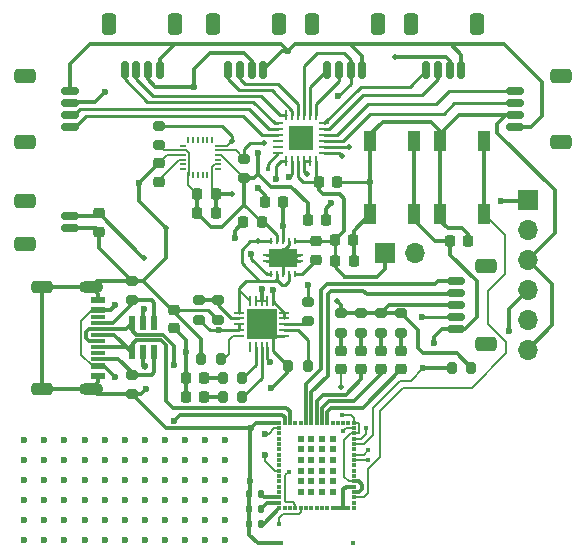
<source format=gbr>
%TF.GenerationSoftware,KiCad,Pcbnew,7.0.10*%
%TF.CreationDate,2024-04-19T21:49:06+08:00*%
%TF.ProjectId,MyProject1_4,4d795072-6f6a-4656-9374-315f342e6b69,rev?*%
%TF.SameCoordinates,Original*%
%TF.FileFunction,Copper,L1,Top*%
%TF.FilePolarity,Positive*%
%FSLAX46Y46*%
G04 Gerber Fmt 4.6, Leading zero omitted, Abs format (unit mm)*
G04 Created by KiCad (PCBNEW 7.0.10) date 2024-04-19 21:49:06*
%MOMM*%
%LPD*%
G01*
G04 APERTURE LIST*
G04 Aperture macros list*
%AMRoundRect*
0 Rectangle with rounded corners*
0 $1 Rounding radius*
0 $2 $3 $4 $5 $6 $7 $8 $9 X,Y pos of 4 corners*
0 Add a 4 corners polygon primitive as box body*
4,1,4,$2,$3,$4,$5,$6,$7,$8,$9,$2,$3,0*
0 Add four circle primitives for the rounded corners*
1,1,$1+$1,$2,$3*
1,1,$1+$1,$4,$5*
1,1,$1+$1,$6,$7*
1,1,$1+$1,$8,$9*
0 Add four rect primitives between the rounded corners*
20,1,$1+$1,$2,$3,$4,$5,0*
20,1,$1+$1,$4,$5,$6,$7,0*
20,1,$1+$1,$6,$7,$8,$9,0*
20,1,$1+$1,$8,$9,$2,$3,0*%
G04 Aperture macros list end*
%TA.AperFunction,SMDPad,CuDef*%
%ADD10RoundRect,0.150000X-0.625000X0.150000X-0.625000X-0.150000X0.625000X-0.150000X0.625000X0.150000X0*%
%TD*%
%TA.AperFunction,SMDPad,CuDef*%
%ADD11RoundRect,0.250000X-0.650000X0.350000X-0.650000X-0.350000X0.650000X-0.350000X0.650000X0.350000X0*%
%TD*%
%TA.AperFunction,SMDPad,CuDef*%
%ADD12RoundRect,0.218750X-0.256250X0.218750X-0.256250X-0.218750X0.256250X-0.218750X0.256250X0.218750X0*%
%TD*%
%TA.AperFunction,SMDPad,CuDef*%
%ADD13RoundRect,0.140000X0.140000X0.170000X-0.140000X0.170000X-0.140000X-0.170000X0.140000X-0.170000X0*%
%TD*%
%TA.AperFunction,SMDPad,CuDef*%
%ADD14RoundRect,0.225000X-0.225000X-0.250000X0.225000X-0.250000X0.225000X0.250000X-0.225000X0.250000X0*%
%TD*%
%TA.AperFunction,SMDPad,CuDef*%
%ADD15RoundRect,0.150000X0.150000X0.625000X-0.150000X0.625000X-0.150000X-0.625000X0.150000X-0.625000X0*%
%TD*%
%TA.AperFunction,SMDPad,CuDef*%
%ADD16RoundRect,0.250000X0.350000X0.650000X-0.350000X0.650000X-0.350000X-0.650000X0.350000X-0.650000X0*%
%TD*%
%TA.AperFunction,SMDPad,CuDef*%
%ADD17RoundRect,0.225000X-0.250000X0.225000X-0.250000X-0.225000X0.250000X-0.225000X0.250000X0.225000X0*%
%TD*%
%TA.AperFunction,SMDPad,CuDef*%
%ADD18RoundRect,0.030000X0.220000X-0.580000X0.220000X0.580000X-0.220000X0.580000X-0.220000X-0.580000X0*%
%TD*%
%TA.AperFunction,SMDPad,CuDef*%
%ADD19RoundRect,0.218750X0.218750X0.256250X-0.218750X0.256250X-0.218750X-0.256250X0.218750X-0.256250X0*%
%TD*%
%TA.AperFunction,SMDPad,CuDef*%
%ADD20RoundRect,0.200000X-0.275000X0.200000X-0.275000X-0.200000X0.275000X-0.200000X0.275000X0.200000X0*%
%TD*%
%TA.AperFunction,SMDPad,CuDef*%
%ADD21R,0.350000X0.350000*%
%TD*%
%TA.AperFunction,SMDPad,CuDef*%
%ADD22R,0.350000X0.300000*%
%TD*%
%TA.AperFunction,SMDPad,CuDef*%
%ADD23R,0.300000X0.350000*%
%TD*%
%TA.AperFunction,SMDPad,CuDef*%
%ADD24R,0.600000X0.600000*%
%TD*%
%TA.AperFunction,SMDPad,CuDef*%
%ADD25R,0.430000X0.430000*%
%TD*%
%TA.AperFunction,SMDPad,CuDef*%
%ADD26RoundRect,0.062500X0.375000X0.062500X-0.375000X0.062500X-0.375000X-0.062500X0.375000X-0.062500X0*%
%TD*%
%TA.AperFunction,SMDPad,CuDef*%
%ADD27RoundRect,0.062500X0.062500X0.375000X-0.062500X0.375000X-0.062500X-0.375000X0.062500X-0.375000X0*%
%TD*%
%TA.AperFunction,SMDPad,CuDef*%
%ADD28R,2.100000X2.100000*%
%TD*%
%TA.AperFunction,SMDPad,CuDef*%
%ADD29R,1.150000X0.600000*%
%TD*%
%TA.AperFunction,SMDPad,CuDef*%
%ADD30R,1.150000X0.300000*%
%TD*%
%TA.AperFunction,ComponentPad*%
%ADD31O,2.100000X1.000000*%
%TD*%
%TA.AperFunction,ComponentPad*%
%ADD32RoundRect,0.250000X-0.650000X0.250000X-0.650000X-0.250000X0.650000X-0.250000X0.650000X0.250000X0*%
%TD*%
%TA.AperFunction,SMDPad,CuDef*%
%ADD33RoundRect,0.225000X0.225000X0.250000X-0.225000X0.250000X-0.225000X-0.250000X0.225000X-0.250000X0*%
%TD*%
%TA.AperFunction,SMDPad,CuDef*%
%ADD34RoundRect,0.225000X0.250000X-0.225000X0.250000X0.225000X-0.250000X0.225000X-0.250000X-0.225000X0*%
%TD*%
%TA.AperFunction,ComponentPad*%
%ADD35R,1.700000X1.700000*%
%TD*%
%TA.AperFunction,ComponentPad*%
%ADD36O,1.700000X1.700000*%
%TD*%
%TA.AperFunction,SMDPad,CuDef*%
%ADD37RoundRect,0.200000X0.200000X0.275000X-0.200000X0.275000X-0.200000X-0.275000X0.200000X-0.275000X0*%
%TD*%
%TA.AperFunction,SMDPad,CuDef*%
%ADD38RoundRect,0.150000X0.625000X-0.150000X0.625000X0.150000X-0.625000X0.150000X-0.625000X-0.150000X0*%
%TD*%
%TA.AperFunction,SMDPad,CuDef*%
%ADD39RoundRect,0.250000X0.650000X-0.350000X0.650000X0.350000X-0.650000X0.350000X-0.650000X-0.350000X0*%
%TD*%
%TA.AperFunction,SMDPad,CuDef*%
%ADD40RoundRect,0.200000X0.275000X-0.200000X0.275000X0.200000X-0.275000X0.200000X-0.275000X-0.200000X0*%
%TD*%
%TA.AperFunction,SMDPad,CuDef*%
%ADD41R,1.100000X1.800000*%
%TD*%
%TA.AperFunction,SMDPad,CuDef*%
%ADD42RoundRect,0.200000X-0.200000X-0.275000X0.200000X-0.275000X0.200000X0.275000X-0.200000X0.275000X0*%
%TD*%
%TA.AperFunction,SMDPad,CuDef*%
%ADD43RoundRect,0.050000X-0.050000X0.225000X-0.050000X-0.225000X0.050000X-0.225000X0.050000X0.225000X0*%
%TD*%
%TA.AperFunction,SMDPad,CuDef*%
%ADD44RoundRect,0.050000X-0.225000X-0.050000X0.225000X-0.050000X0.225000X0.050000X-0.225000X0.050000X0*%
%TD*%
%TA.AperFunction,SMDPad,CuDef*%
%ADD45RoundRect,0.218750X-0.218750X-0.256250X0.218750X-0.256250X0.218750X0.256250X-0.218750X0.256250X0*%
%TD*%
%TA.AperFunction,SMDPad,CuDef*%
%ADD46O,0.240000X0.600000*%
%TD*%
%TA.AperFunction,SMDPad,CuDef*%
%ADD47R,2.400000X1.650000*%
%TD*%
%TA.AperFunction,ComponentPad*%
%ADD48C,0.500000*%
%TD*%
%TA.AperFunction,SMDPad,CuDef*%
%ADD49R,0.500000X0.250000*%
%TD*%
%TA.AperFunction,SMDPad,CuDef*%
%ADD50RoundRect,0.218750X0.256250X-0.218750X0.256250X0.218750X-0.256250X0.218750X-0.256250X-0.218750X0*%
%TD*%
%TA.AperFunction,SMDPad,CuDef*%
%ADD51RoundRect,0.062500X-0.350000X-0.062500X0.350000X-0.062500X0.350000X0.062500X-0.350000X0.062500X0*%
%TD*%
%TA.AperFunction,SMDPad,CuDef*%
%ADD52RoundRect,0.062500X-0.062500X-0.350000X0.062500X-0.350000X0.062500X0.350000X-0.062500X0.350000X0*%
%TD*%
%TA.AperFunction,SMDPad,CuDef*%
%ADD53R,2.500000X2.500000*%
%TD*%
%TA.AperFunction,ViaPad*%
%ADD54C,0.600000*%
%TD*%
%TA.AperFunction,ViaPad*%
%ADD55C,0.500000*%
%TD*%
%TA.AperFunction,ViaPad*%
%ADD56C,0.400000*%
%TD*%
%TA.AperFunction,Conductor*%
%ADD57C,0.250000*%
%TD*%
%TA.AperFunction,Conductor*%
%ADD58C,0.200000*%
%TD*%
%TA.AperFunction,Conductor*%
%ADD59C,0.300000*%
%TD*%
%TA.AperFunction,Conductor*%
%ADD60C,0.150000*%
%TD*%
G04 APERTURE END LIST*
D10*
%TO.P,J6,1,Pin_1*%
%TO.N,+1V8*%
X76200000Y-55700000D03*
%TO.P,J6,2,Pin_2*%
%TO.N,GNDREF*%
X76200000Y-56700000D03*
%TO.P,J6,3,Pin_3*%
%TO.N,SD6*%
X76200000Y-57700000D03*
%TO.P,J6,4,Pin_4*%
%TO.N,SC6*%
X76200000Y-58700000D03*
D11*
%TO.P,J6,MP*%
%TO.N,N/C*%
X72325000Y-54400000D03*
X72325000Y-60000000D03*
%TD*%
D12*
%TO.P,D2,1,K*%
%TO.N,Net-(D2-K)*%
X102500000Y-77650000D03*
%TO.P,D2,2,A*%
%TO.N,PC11*%
X102500000Y-79225000D03*
%TD*%
D13*
%TO.P,C12,1*%
%TO.N,PB10*%
X92323000Y-92310000D03*
%TO.P,C12,2*%
%TO.N,GNDREF*%
X91363000Y-92310000D03*
%TD*%
D14*
%TO.P,C5,1*%
%TO.N,+1V8*%
X86950000Y-64400000D03*
%TO.P,C5,2*%
%TO.N,GNDREF*%
X88500000Y-64400000D03*
%TD*%
D15*
%TO.P,J5,1,Pin_1*%
%TO.N,+1V8*%
X83790000Y-53913000D03*
%TO.P,J5,2,Pin_2*%
%TO.N,GNDREF*%
X82790000Y-53913000D03*
%TO.P,J5,3,Pin_3*%
%TO.N,SD5*%
X81790000Y-53913000D03*
%TO.P,J5,4,Pin_4*%
%TO.N,SC5*%
X80790000Y-53913000D03*
D16*
%TO.P,J5,MP*%
%TO.N,N/C*%
X85090000Y-50038000D03*
X79490000Y-50038000D03*
%TD*%
D17*
%TO.P,C13,1*%
%TO.N,VBAT*%
X78613000Y-66027000D03*
%TO.P,C13,2*%
%TO.N,GNDREF*%
X78613000Y-67577000D03*
%TD*%
D18*
%TO.P,U2,1,I/O_1*%
%TO.N,USB_D+*%
X81400000Y-77801000D03*
%TO.P,U2,2,GND*%
%TO.N,GNDREF*%
X82350000Y-77801000D03*
%TO.P,U2,3,I/O_2*%
%TO.N,CC2*%
X83300000Y-77801000D03*
%TO.P,U2,4,I/O_3*%
%TO.N,CC1*%
X83300000Y-75311000D03*
%TO.P,U2,5,VP*%
%TO.N,VBUS*%
X82350000Y-75311000D03*
%TO.P,U2,6,I/O_4*%
%TO.N,USB_D-*%
X81400000Y-75311000D03*
%TD*%
D19*
%TO.P,D5,1,K*%
%TO.N,Net-(D5-K)*%
X87550000Y-81600000D03*
%TO.P,D5,2,A*%
%TO.N,VBUS*%
X85975000Y-81600000D03*
%TD*%
D13*
%TO.P,C10,1*%
%TO.N,PC5*%
X92323000Y-89810000D03*
%TO.P,C10,2*%
%TO.N,GNDREF*%
X91363000Y-89810000D03*
%TD*%
D14*
%TO.P,C8,1*%
%TO.N,+3.3V*%
X98625000Y-70112500D03*
%TO.P,C8,2*%
%TO.N,GNDREF*%
X100175000Y-70112500D03*
%TD*%
D20*
%TO.P,R8,1*%
%TO.N,CC2*%
X81395000Y-79693000D03*
%TO.P,R8,2*%
%TO.N,GNDREF*%
X81395000Y-81343000D03*
%TD*%
D21*
%TO.P,U1,1,PA2*%
%TO.N,unconnected-(U1-PA2-Pad1)*%
X100225000Y-91000000D03*
D22*
%TO.P,U1,2,PA1*%
%TO.N,unconnected-(U1-PA1-Pad2)*%
X100225000Y-90525000D03*
%TO.P,U1,3,PA0*%
%TO.N,User_GPIO*%
X100225000Y-90075000D03*
%TO.P,U1,4,VREF*%
%TO.N,+3.3V*%
X100225000Y-89625000D03*
%TO.P,U1,5,VSS*%
%TO.N,GNDREF*%
X100225000Y-89175000D03*
%TO.P,U1,6,VDDA*%
%TO.N,+3.3V*%
X100225000Y-88725000D03*
%TO.P,U1,7,PC3*%
%TO.N,unconnected-(U1-PC3-Pad7)*%
X100225000Y-88275000D03*
%TO.P,U1,8,PC2*%
%TO.N,unconnected-(U1-PC2-Pad8)*%
X100225000Y-87825000D03*
%TO.P,U1,9,PC1*%
%TO.N,unconnected-(U1-PC1-Pad9)*%
X100225000Y-87375000D03*
%TO.P,U1,10,NRST*%
%TO.N,NRST*%
X100225000Y-86925000D03*
%TO.P,U1,11,PB9*%
%TO.N,SDA*%
X100225000Y-86475000D03*
%TO.P,U1,12,PC0*%
%TO.N,unconnected-(U1-PC0-Pad12)*%
X100225000Y-86025000D03*
%TO.P,U1,13,PH3-BOOT0*%
%TO.N,PH3*%
X100225000Y-85575000D03*
%TO.P,U1,14,PB8*%
%TO.N,SCL*%
X100225000Y-85125000D03*
%TO.P,U1,15,VBAT*%
%TO.N,+3.3V*%
X100225000Y-84675000D03*
%TO.P,U1,16,VSSSMPS*%
%TO.N,GNDREF*%
X100225000Y-84225000D03*
D21*
%TO.P,U1,17,VDDSMPS*%
%TO.N,+3.3V*%
X100225000Y-83750000D03*
D23*
%TO.P,U1,18,PB7*%
%TO.N,unconnected-(U1-PB7-Pad18)*%
X99750000Y-83750000D03*
%TO.P,U1,19,PB5*%
%TO.N,unconnected-(U1-PB5-Pad19)*%
X99300000Y-83750000D03*
%TO.P,U1,20,PB4*%
%TO.N,unconnected-(U1-PB4-Pad20)*%
X98850000Y-83750000D03*
%TO.P,U1,21,PB3*%
%TO.N,unconnected-(U1-PB3-Pad21)*%
X98400000Y-83750000D03*
%TO.P,U1,22,PC10*%
%TO.N,PC10*%
X97950000Y-83750000D03*
%TO.P,U1,23,PC11*%
%TO.N,PC11*%
X97500000Y-83750000D03*
%TO.P,U1,24,PC12*%
%TO.N,PC12*%
X97050000Y-83750000D03*
%TO.P,U1,25,PA13*%
%TO.N,PA13*%
X96600000Y-83750000D03*
%TO.P,U1,26,PA14*%
%TO.N,PA14*%
X96150000Y-83750000D03*
%TO.P,U1,27,PA15*%
%TO.N,unconnected-(U1-PA15-Pad27)*%
X95700000Y-83750000D03*
%TO.P,U1,28,PA10*%
%TO.N,unconnected-(U1-PA10-Pad28)*%
X95250000Y-83750000D03*
%TO.P,U1,29,PA12*%
%TO.N,USB_D+*%
X94800000Y-83750000D03*
%TO.P,U1,30,PA11*%
%TO.N,USB_D-*%
X94350000Y-83750000D03*
D21*
%TO.P,U1,31,VSS*%
%TO.N,GNDREF*%
X93875000Y-83750000D03*
D22*
%TO.P,U1,32,VDDUSB*%
%TO.N,+3.3V*%
X93875000Y-84225000D03*
%TO.P,U1,33,PD0*%
%TO.N,unconnected-(U1-PD0-Pad33)*%
X93875000Y-84675000D03*
%TO.P,U1,34,PD1*%
%TO.N,unconnected-(U1-PD1-Pad34)*%
X93875000Y-85125000D03*
%TO.P,U1,35,PB13*%
%TO.N,unconnected-(U1-PB13-Pad35)*%
X93875000Y-85575000D03*
%TO.P,U1,36,PC6*%
%TO.N,unconnected-(U1-PC6-Pad36)*%
X93875000Y-86025000D03*
%TO.P,U1,37,PB14*%
%TO.N,unconnected-(U1-PB14-Pad37)*%
X93875000Y-86475000D03*
%TO.P,U1,38,PB15*%
%TO.N,unconnected-(U1-PB15-Pad38)*%
X93875000Y-86925000D03*
%TO.P,U1,39,PB6*%
%TO.N,unconnected-(U1-PB6-Pad39)*%
X93875000Y-87375000D03*
%TO.P,U1,40,PC13*%
%TO.N,PC13*%
X93875000Y-87825000D03*
%TO.P,U1,41,PB12*%
%TO.N,unconnected-(U1-PB12-Pad41)*%
X93875000Y-88275000D03*
%TO.P,U1,42,PE4*%
%TO.N,unconnected-(U1-PE4-Pad42)*%
X93875000Y-88725000D03*
%TO.P,U1,43,PB1*%
%TO.N,unconnected-(U1-PB1-Pad43)*%
X93875000Y-89175000D03*
%TO.P,U1,44,PB0*%
%TO.N,unconnected-(U1-PB0-Pad44)*%
X93875000Y-89625000D03*
%TO.P,U1,45,PC5*%
%TO.N,PC5*%
X93875000Y-90075000D03*
%TO.P,U1,46,PB11*%
%TO.N,PB11*%
X93875000Y-90525000D03*
D21*
%TO.P,U1,47,PB10*%
%TO.N,PB10*%
X93875000Y-91000000D03*
D23*
%TO.P,U1,48,PB2*%
%TO.N,unconnected-(U1-PB2-Pad48)*%
X94350000Y-91000000D03*
%TO.P,U1,49,PC4*%
%TO.N,unconnected-(U1-PC4-Pad49)*%
X94800000Y-91000000D03*
%TO.P,U1,50,PA8*%
%TO.N,PWM1*%
X95250000Y-91000000D03*
%TO.P,U1,51,PA9*%
%TO.N,PWM2*%
X95700000Y-91000000D03*
%TO.P,U1,52,PA7*%
%TO.N,unconnected-(U1-PA7-Pad52)*%
X96150000Y-91000000D03*
%TO.P,U1,53,PA6*%
%TO.N,unconnected-(U1-PA6-Pad53)*%
X96600000Y-91000000D03*
%TO.P,U1,54,PA5*%
%TO.N,unconnected-(U1-PA5-Pad54)*%
X97050000Y-91000000D03*
%TO.P,U1,55,PA4*%
%TO.N,unconnected-(U1-PA4-Pad55)*%
X97500000Y-91000000D03*
%TO.P,U1,56,PA3*%
%TO.N,ADC*%
X97950000Y-91000000D03*
%TO.P,U1,57,VSS*%
%TO.N,GNDREF*%
X98400000Y-91000000D03*
%TO.P,U1,58,ANT_IN*%
X98850000Y-91000000D03*
%TO.P,U1,59,RF_OUT*%
X99300000Y-91000000D03*
%TO.P,U1,60,VSS*%
X99750000Y-91000000D03*
D24*
%TO.P,U1,61,PH0*%
%TO.N,unconnected-(U1-PH0-Pad61)*%
X98400000Y-89625000D03*
%TO.P,U1,62,PH1*%
%TO.N,unconnected-(U1-PH1-Pad62)*%
X98400000Y-88725000D03*
%TO.P,U1,63,PD14*%
%TO.N,unconnected-(U1-PD14-Pad63)*%
X98400000Y-87825000D03*
%TO.P,U1,64,PE1*%
%TO.N,unconnected-(U1-PE1-Pad64)*%
X98400000Y-86925000D03*
%TO.P,U1,65,PD13*%
%TO.N,unconnected-(U1-PD13-Pad65)*%
X98400000Y-86025000D03*
%TO.P,U1,66,PD12*%
%TO.N,unconnected-(U1-PD12-Pad66)*%
X98400000Y-85125000D03*
%TO.P,U1,67,PD7*%
%TO.N,unconnected-(U1-PD7-Pad67)*%
X97500000Y-85125000D03*
%TO.P,U1,68,PD2*%
%TO.N,unconnected-(U1-PD2-Pad68)*%
X96600000Y-85125000D03*
%TO.P,U1,69,PC9*%
%TO.N,unconnected-(U1-PC9-Pad69)*%
X95700000Y-85125000D03*
%TO.P,U1,70,PD3*%
%TO.N,unconnected-(U1-PD3-Pad70)*%
X95700000Y-86025000D03*
%TO.P,U1,71,PC7*%
%TO.N,unconnected-(U1-PC7-Pad71)*%
X95700000Y-86925000D03*
%TO.P,U1,72,PE3*%
%TO.N,unconnected-(U1-PE3-Pad72)*%
X95700000Y-87825000D03*
%TO.P,U1,73,PD4*%
%TO.N,unconnected-(U1-PD4-Pad73)*%
X95700000Y-88725000D03*
%TO.P,U1,74,PD9*%
%TO.N,unconnected-(U1-PD9-Pad74)*%
X95700000Y-89625000D03*
%TO.P,U1,75,PD8*%
%TO.N,unconnected-(U1-PD8-Pad75)*%
X96600000Y-89625000D03*
%TO.P,U1,76,PD15*%
%TO.N,unconnected-(U1-PD15-Pad76)*%
X97500000Y-89625000D03*
%TO.P,U1,77,PD10*%
%TO.N,unconnected-(U1-PD10-Pad77)*%
X97500000Y-88725000D03*
%TO.P,U1,78,PE2*%
%TO.N,unconnected-(U1-PE2-Pad78)*%
X97500000Y-87825000D03*
%TO.P,U1,79,PE0*%
%TO.N,unconnected-(U1-PE0-Pad79)*%
X97500000Y-86925000D03*
%TO.P,U1,80,PD5*%
%TO.N,unconnected-(U1-PD5-Pad80)*%
X97500000Y-86025000D03*
%TO.P,U1,81,PD6*%
%TO.N,unconnected-(U1-PD6-Pad81)*%
X96600000Y-86025000D03*
%TO.P,U1,82,PD11*%
%TO.N,unconnected-(U1-PD11-Pad82)*%
X96600000Y-86925000D03*
%TO.P,U1,83,PC8*%
%TO.N,unconnected-(U1-PC8-Pad83)*%
X96600000Y-87825000D03*
%TO.P,U1,84,VSS*%
%TO.N,GNDREF*%
X96600000Y-88725000D03*
D25*
%TO.P,U1,85,ANT_NC*%
%TO.N,unconnected-(U1-ANT_NC-Pad85)*%
X100100000Y-93960000D03*
%TO.P,U1,86,VSS*%
%TO.N,GNDREF*%
X94000000Y-93960000D03*
%TD*%
D26*
%TO.P,U4,1,SD0*%
%TO.N,SD0*%
X97687500Y-60912500D03*
%TO.P,U4,2,SC0*%
%TO.N,SC0*%
X97687500Y-60412500D03*
%TO.P,U4,3,SD1*%
%TO.N,SD1*%
X97687500Y-59912500D03*
%TO.P,U4,4,SC1*%
%TO.N,SC1*%
X97687500Y-59412500D03*
%TO.P,U4,5,SD2*%
%TO.N,SD2*%
X97687500Y-58912500D03*
%TO.P,U4,6,SC2*%
%TO.N,SC2*%
X97687500Y-58412500D03*
D27*
%TO.P,U4,7,SD3*%
%TO.N,SD3*%
X97000000Y-57725000D03*
%TO.P,U4,8,SC3*%
%TO.N,SC3*%
X96500000Y-57725000D03*
%TO.P,U4,9,GND*%
%TO.N,GNDREF*%
X96000000Y-57725000D03*
%TO.P,U4,10,SD4*%
%TO.N,SD4*%
X95500000Y-57725000D03*
%TO.P,U4,11,SC4*%
%TO.N,SC4*%
X95000000Y-57725000D03*
%TO.P,U4,12,SD5*%
%TO.N,SD5*%
X94500000Y-57725000D03*
D26*
%TO.P,U4,13,SC5*%
%TO.N,SC5*%
X93812500Y-58412500D03*
%TO.P,U4,14,SD6*%
%TO.N,SD6*%
X93812500Y-58912500D03*
%TO.P,U4,15,SC6*%
%TO.N,SC6*%
X93812500Y-59412500D03*
%TO.P,U4,16,SD7*%
%TO.N,unconnected-(U4-SD7-Pad16)*%
X93812500Y-59912500D03*
%TO.P,U4,17,SC7*%
%TO.N,unconnected-(U4-SC7-Pad17)*%
X93812500Y-60412500D03*
%TO.P,U4,18,A2*%
%TO.N,GNDREF*%
X93812500Y-60912500D03*
D27*
%TO.P,U4,19,SCL*%
%TO.N,SCL*%
X94500000Y-61600000D03*
%TO.P,U4,20,SDA*%
%TO.N,SDA*%
X95000000Y-61600000D03*
%TO.P,U4,21,VCC*%
%TO.N,+3.3V*%
X95500000Y-61600000D03*
%TO.P,U4,22,A0*%
%TO.N,GNDREF*%
X96000000Y-61600000D03*
%TO.P,U4,23,A1*%
X96500000Y-61600000D03*
%TO.P,U4,24,~{RESET}*%
%TO.N,+3.3V*%
X97000000Y-61600000D03*
D28*
%TO.P,U4,25,1EP*%
%TO.N,unconnected-(U4-1EP-Pad25)*%
X95750000Y-59662500D03*
%TD*%
D29*
%TO.P,J9,A1-B12,GND*%
%TO.N,GNDREF*%
X78555000Y-73380000D03*
%TO.P,J9,A4-B9,VBUS*%
%TO.N,VBUS*%
X78555000Y-74180000D03*
D30*
%TO.P,J9,A5,CC1*%
%TO.N,CC1*%
X78555000Y-75330000D03*
%TO.P,J9,A6,DP1*%
%TO.N,USB_D+*%
X78555000Y-76330000D03*
%TO.P,J9,A7,DN1*%
%TO.N,USB_D-*%
X78555000Y-76830000D03*
%TO.P,J9,A8,SBU1*%
%TO.N,unconnected-(J9-SBU1-PadA8)*%
X78555000Y-77830000D03*
D29*
%TO.P,J9,B1-A12,GND*%
%TO.N,GNDREF*%
X78555000Y-79780000D03*
%TO.P,J9,B4-A9,VBUS*%
%TO.N,VBUS*%
X78555000Y-78980000D03*
D30*
%TO.P,J9,B5,CC2*%
%TO.N,CC2*%
X78555000Y-78330000D03*
%TO.P,J9,B6,DP2*%
%TO.N,USB_D+*%
X78555000Y-77330000D03*
%TO.P,J9,B7,DN2*%
%TO.N,USB_D-*%
X78555000Y-75830000D03*
%TO.P,J9,B8,SBU2*%
%TO.N,unconnected-(J9-SBU2-PadB8)*%
X78555000Y-74830000D03*
D31*
%TO.P,J9,SH1,GND*%
%TO.N,GNDREF*%
X77980000Y-72260000D03*
%TO.P,J9,SH2,GND*%
X77980000Y-80900000D03*
D32*
%TO.P,J9,SH3,GND*%
X73800000Y-72260000D03*
%TO.P,J9,SH4,GND*%
X73800000Y-80900000D03*
%TD*%
D14*
%TO.P,C6,1*%
%TO.N,+1V8*%
X86950000Y-66000000D03*
%TO.P,C6,2*%
%TO.N,GNDREF*%
X88500000Y-66000000D03*
%TD*%
D33*
%TO.P,C1,1*%
%TO.N,+5V*%
X94200000Y-65100000D03*
%TO.P,C1,2*%
%TO.N,GNDREF*%
X92650000Y-65100000D03*
%TD*%
D15*
%TO.P,J2,1,Pin_1*%
%TO.N,+1V8*%
X109317000Y-53900000D03*
%TO.P,J2,2,Pin_2*%
%TO.N,GNDREF*%
X108317000Y-53900000D03*
%TO.P,J2,3,Pin_3*%
%TO.N,SD2*%
X107317000Y-53900000D03*
%TO.P,J2,4,Pin_4*%
%TO.N,SC2*%
X106317000Y-53900000D03*
D16*
%TO.P,J2,MP*%
%TO.N,N/C*%
X110617000Y-50025000D03*
X105017000Y-50025000D03*
%TD*%
D34*
%TO.P,C14,1*%
%TO.N,VBUS*%
X85000000Y-75750000D03*
%TO.P,C14,2*%
%TO.N,GNDREF*%
X85000000Y-74200000D03*
%TD*%
D35*
%TO.P,JP1,1,A*%
%TO.N,+3.3V*%
X102825000Y-69400000D03*
D36*
%TO.P,JP1,2,B*%
%TO.N,PH3*%
X105365000Y-69400000D03*
%TD*%
D20*
%TO.P,R3,1*%
%TO.N,GNDREF*%
X104190000Y-74500000D03*
%TO.P,R3,2*%
%TO.N,Net-(D1-K)*%
X104190000Y-76150000D03*
%TD*%
D37*
%TO.P,R12,1*%
%TO.N,Net-(U6-PROG3)*%
X96300000Y-78937500D03*
%TO.P,R12,2*%
%TO.N,GNDREF*%
X94650000Y-78937500D03*
%TD*%
D19*
%TO.P,D6,1,K*%
%TO.N,Net-(D6-K)*%
X87550000Y-80000000D03*
%TO.P,D6,2,A*%
%TO.N,VBUS*%
X85975000Y-80000000D03*
%TD*%
D20*
%TO.P,R5,1*%
%TO.N,GNDREF*%
X100800000Y-74500000D03*
%TO.P,R5,2*%
%TO.N,Net-(D3-K)*%
X100800000Y-76150000D03*
%TD*%
D38*
%TO.P,J1,1,Pin_1*%
%TO.N,+1V8*%
X113854000Y-58700000D03*
%TO.P,J1,2,Pin_2*%
%TO.N,GNDREF*%
X113854000Y-57700000D03*
%TO.P,J1,3,Pin_3*%
%TO.N,SD1*%
X113854000Y-56700000D03*
%TO.P,J1,4,Pin_4*%
%TO.N,SC1*%
X113854000Y-55700000D03*
D39*
%TO.P,J1,MP*%
%TO.N,N/C*%
X117729000Y-60000000D03*
X117729000Y-54400000D03*
%TD*%
D35*
%TO.P,J10,1,Pin_1*%
%TO.N,PWM1*%
X114935000Y-64897000D03*
D36*
%TO.P,J10,2,Pin_2*%
%TO.N,unconnected-(J10-Pin_2-Pad2)*%
X114935000Y-67437000D03*
%TO.P,J10,3,Pin_3*%
%TO.N,GNDREF*%
X114935000Y-69977000D03*
%TO.P,J10,4,Pin_4*%
%TO.N,PWM2*%
X114935000Y-72517000D03*
%TO.P,J10,5,Pin_5*%
%TO.N,unconnected-(J10-Pin_5-Pad5)*%
X114935000Y-75057000D03*
%TO.P,J10,6,Pin_6*%
%TO.N,GNDREF*%
X114935000Y-77597000D03*
%TD*%
D37*
%TO.P,R15,1*%
%TO.N,Net-(U6-STAT1{slash}~{LBO})*%
X90750000Y-81600000D03*
%TO.P,R15,2*%
%TO.N,Net-(D5-K)*%
X89100000Y-81600000D03*
%TD*%
D40*
%TO.P,R9,1*%
%TO.N,CC1*%
X81395000Y-73406000D03*
%TO.P,R9,2*%
%TO.N,GNDREF*%
X81395000Y-71756000D03*
%TD*%
D41*
%TO.P,SW1,1,1*%
%TO.N,NRST*%
X105300000Y-59900000D03*
X105300000Y-66100000D03*
%TO.P,SW1,2,2*%
%TO.N,GNDREF*%
X101600000Y-59900000D03*
X101600000Y-66100000D03*
%TD*%
D40*
%TO.P,R1,1*%
%TO.N,+1V8*%
X83700000Y-60250000D03*
%TO.P,R1,2*%
%TO.N,SD0*%
X83700000Y-58600000D03*
%TD*%
D12*
%TO.P,D3,1,K*%
%TO.N,Net-(D3-K)*%
X100800000Y-77675000D03*
%TO.P,D3,2,A*%
%TO.N,PC12*%
X100800000Y-79250000D03*
%TD*%
D15*
%TO.P,J4,1,Pin_1*%
%TO.N,+1V8*%
X92553000Y-53900000D03*
%TO.P,J4,2,Pin_2*%
%TO.N,GNDREF*%
X91553000Y-53900000D03*
%TO.P,J4,3,Pin_3*%
%TO.N,SD4*%
X90553000Y-53900000D03*
%TO.P,J4,4,Pin_4*%
%TO.N,SC4*%
X89553000Y-53900000D03*
D16*
%TO.P,J4,MP*%
%TO.N,N/C*%
X93853000Y-50025000D03*
X88253000Y-50025000D03*
%TD*%
D14*
%TO.P,C3,1*%
%TO.N,+3.3V*%
X98612500Y-68317500D03*
%TO.P,C3,2*%
%TO.N,GNDREF*%
X100162500Y-68317500D03*
%TD*%
D10*
%TO.P,J7,1,Pin_1*%
%TO.N,PA14*%
X108875000Y-71800000D03*
%TO.P,J7,2,Pin_2*%
%TO.N,PA13*%
X108875000Y-72800000D03*
%TO.P,J7,3,Pin_3*%
%TO.N,GNDREF*%
X108875000Y-73800000D03*
%TO.P,J7,4,Pin_4*%
%TO.N,+3.3V*%
X108875000Y-74800000D03*
%TO.P,J7,5,Pin_5*%
%TO.N,NRST*%
X108875000Y-75800000D03*
D11*
%TO.P,J7,MP*%
%TO.N,N/C*%
X111400000Y-70500000D03*
X111400000Y-77100000D03*
%TD*%
D20*
%TO.P,R4,1*%
%TO.N,GNDREF*%
X102500000Y-74500000D03*
%TO.P,R4,2*%
%TO.N,Net-(D2-K)*%
X102500000Y-76150000D03*
%TD*%
D14*
%TO.P,C9,1*%
%TO.N,NRST*%
X108325000Y-68400000D03*
%TO.P,C9,2*%
%TO.N,GNDREF*%
X109875000Y-68400000D03*
%TD*%
D42*
%TO.P,R7,1*%
%TO.N,PH3*%
X108475000Y-79100000D03*
%TO.P,R7,2*%
%TO.N,GNDREF*%
X110125000Y-79100000D03*
%TD*%
D12*
%TO.P,D1,1,K*%
%TO.N,Net-(D1-K)*%
X104200000Y-77662500D03*
%TO.P,D1,2,A*%
%TO.N,PC10*%
X104200000Y-79237500D03*
%TD*%
D43*
%TO.P,U3,1,NC*%
%TO.N,unconnected-(U3-NC-Pad1)*%
X88200000Y-59800000D03*
%TO.P,U3,2,NC*%
%TO.N,unconnected-(U3-NC-Pad2)*%
X87800000Y-59800000D03*
%TO.P,U3,3,NC*%
%TO.N,unconnected-(U3-NC-Pad3)*%
X87400000Y-59800000D03*
%TO.P,U3,4,NC*%
%TO.N,unconnected-(U3-NC-Pad4)*%
X87000000Y-59800000D03*
%TO.P,U3,5,NC*%
%TO.N,unconnected-(U3-NC-Pad5)*%
X86600000Y-59800000D03*
%TO.P,U3,6,NC*%
%TO.N,unconnected-(U3-NC-Pad6)*%
X86200000Y-59800000D03*
D44*
%TO.P,U3,7,AUX_CL*%
%TO.N,unconnected-(U3-AUX_CL-Pad7)*%
X85700000Y-60300000D03*
%TO.P,U3,8,VDDIO*%
%TO.N,+1V8*%
X85700000Y-60700000D03*
%TO.P,U3,9,SDO/AD0*%
%TO.N,GNDREF*%
X85700000Y-61100000D03*
%TO.P,U3,10,REGOUT*%
%TO.N,Net-(U3-REGOUT)*%
X85700000Y-61500000D03*
%TO.P,U3,11,FSYNC*%
%TO.N,unconnected-(U3-FSYNC-Pad11)*%
X85700000Y-61900000D03*
%TO.P,U3,12,INT1*%
%TO.N,unconnected-(U3-INT1-Pad12)*%
X85700000Y-62300000D03*
D43*
%TO.P,U3,13,VDD*%
%TO.N,+1V8*%
X86200000Y-62800000D03*
%TO.P,U3,14,NC*%
%TO.N,unconnected-(U3-NC-Pad14)*%
X86600000Y-62800000D03*
%TO.P,U3,15,NC*%
%TO.N,unconnected-(U3-NC-Pad15)*%
X87000000Y-62800000D03*
%TO.P,U3,16,NC*%
%TO.N,unconnected-(U3-NC-Pad16)*%
X87400000Y-62800000D03*
%TO.P,U3,17,NC*%
%TO.N,unconnected-(U3-NC-Pad17)*%
X87800000Y-62800000D03*
%TO.P,U3,18,GND*%
%TO.N,GNDREF*%
X88200000Y-62800000D03*
D44*
%TO.P,U3,19,RESV*%
%TO.N,unconnected-(U3-RESV-Pad19)*%
X88700000Y-62300000D03*
%TO.P,U3,20,GND*%
%TO.N,GNDREF*%
X88700000Y-61900000D03*
%TO.P,U3,21,AUX_DA*%
%TO.N,unconnected-(U3-AUX_DA-Pad21)*%
X88700000Y-61500000D03*
%TO.P,U3,22,~{CS}*%
%TO.N,+1V8*%
X88700000Y-61100000D03*
%TO.P,U3,23,SCL/SCLK*%
%TO.N,SC0*%
X88700000Y-60700000D03*
%TO.P,U3,24,SDA/SDI*%
%TO.N,SD0*%
X88700000Y-60300000D03*
%TD*%
D14*
%TO.P,C4,1*%
%TO.N,+3.3V*%
X97225000Y-63400000D03*
%TO.P,C4,2*%
%TO.N,GNDREF*%
X98775000Y-63400000D03*
%TD*%
D40*
%TO.P,R11,1*%
%TO.N,GNDREF*%
X88700000Y-75050000D03*
%TO.P,R11,2*%
%TO.N,Net-(U6-VPCC)*%
X88700000Y-73400000D03*
%TD*%
D37*
%TO.P,R16,1*%
%TO.N,Net-(U6-STAT2)*%
X90750000Y-80000000D03*
%TO.P,R16,2*%
%TO.N,Net-(D6-K)*%
X89100000Y-80000000D03*
%TD*%
D45*
%TO.P,L1,1,1*%
%TO.N,Net-(U5-SW1)*%
X90825000Y-66800000D03*
%TO.P,L1,2,2*%
%TO.N,+1V8*%
X92400000Y-66800000D03*
%TD*%
D14*
%TO.P,C2,1*%
%TO.N,+1V8*%
X96300000Y-66600000D03*
%TO.P,C2,2*%
%TO.N,GNDREF*%
X97850000Y-66600000D03*
%TD*%
D41*
%TO.P,SW2,1,1*%
%TO.N,User_GPIO*%
X111200000Y-59900000D03*
X111200000Y-66100000D03*
%TO.P,SW2,2,2*%
%TO.N,GNDREF*%
X107500000Y-59900000D03*
X107500000Y-66100000D03*
%TD*%
D34*
%TO.P,C7,1*%
%TO.N,Net-(U3-REGOUT)*%
X83700000Y-63350000D03*
%TO.P,C7,2*%
%TO.N,GNDREF*%
X83700000Y-61800000D03*
%TD*%
D20*
%TO.P,R10,1*%
%TO.N,Net-(U6-VPCC)*%
X87100000Y-73400000D03*
%TO.P,R10,2*%
%TO.N,VBUS*%
X87100000Y-75050000D03*
%TD*%
D46*
%TO.P,U5,1,ADJ2*%
%TO.N,+3.3V*%
X95200000Y-68400000D03*
%TO.P,U5,2,MODE_DATA*%
%TO.N,GNDREF*%
X94700000Y-68400000D03*
%TO.P,U5,3,VIN*%
%TO.N,+5V*%
X94200000Y-68400000D03*
%TO.P,U5,4,FB1*%
%TO.N,+1V8*%
X93700000Y-68400000D03*
%TO.P,U5,5,DEF_1*%
%TO.N,+5V*%
X93200000Y-68400000D03*
%TO.P,U5,6,SW1*%
%TO.N,Net-(U5-SW1)*%
X93200000Y-71200000D03*
%TO.P,U5,7,EN1*%
%TO.N,+5V*%
X93700000Y-71200000D03*
%TO.P,U5,8,GND*%
%TO.N,GNDREF*%
X94200000Y-71200000D03*
%TO.P,U5,9,EN2*%
%TO.N,+5V*%
X94700000Y-71200000D03*
%TO.P,U5,10,SW2*%
%TO.N,Net-(U5-SW2)*%
X95200000Y-71200000D03*
D47*
%TO.P,U5,11*%
%TO.N,GNDREF*%
X94200000Y-69800000D03*
D48*
%TO.P,U5,PAD,GND*%
X94200000Y-69225000D03*
D49*
X95650000Y-69550000D03*
X92750000Y-69550000D03*
D48*
X95150000Y-69800000D03*
X93250000Y-69800000D03*
D49*
X95650000Y-70050000D03*
X92750000Y-70050000D03*
D48*
X94200000Y-70375000D03*
%TD*%
D50*
%TO.P,L2,1,1*%
%TO.N,Net-(U5-SW2)*%
X97000000Y-69987500D03*
%TO.P,L2,2,2*%
%TO.N,+3.3V*%
X97000000Y-68412500D03*
%TD*%
D40*
%TO.P,R2,1*%
%TO.N,+1V8*%
X90900000Y-63050000D03*
%TO.P,R2,2*%
%TO.N,SC0*%
X90900000Y-61400000D03*
%TD*%
D20*
%TO.P,R6,1*%
%TO.N,GNDREF*%
X99100000Y-74500000D03*
%TO.P,R6,2*%
%TO.N,Net-(D4-K)*%
X99100000Y-76150000D03*
%TD*%
D13*
%TO.P,C11,1*%
%TO.N,PB11*%
X92323000Y-91070000D03*
%TO.P,C11,2*%
%TO.N,GNDREF*%
X91363000Y-91070000D03*
%TD*%
D51*
%TO.P,U6,1,OUT*%
%TO.N,+5V*%
X90450000Y-74437500D03*
%TO.P,U6,2,VPCC*%
%TO.N,Net-(U6-VPCC)*%
X90450000Y-74937500D03*
%TO.P,U6,3,SEL*%
%TO.N,VBUS*%
X90450000Y-75437500D03*
%TO.P,U6,4,PROG2*%
X90450000Y-75937500D03*
%TO.P,U6,5,THERM*%
%TO.N,Net-(U6-THERM)*%
X90450000Y-76437500D03*
D52*
%TO.P,U6,6,~{PG}*%
%TO.N,unconnected-(U6-~{PG}-Pad6)*%
X91387500Y-77375000D03*
%TO.P,U6,7,STAT2*%
%TO.N,Net-(U6-STAT2)*%
X91887500Y-77375000D03*
%TO.P,U6,8,STAT1/~{LBO}*%
%TO.N,Net-(U6-STAT1{slash}~{LBO})*%
X92387500Y-77375000D03*
%TO.P,U6,9,~{TE}*%
%TO.N,VBUS*%
X92887500Y-77375000D03*
%TO.P,U6,10,V_{SS}*%
%TO.N,GNDREF*%
X93387500Y-77375000D03*
D51*
%TO.P,U6,11,V_{SS}*%
X94325000Y-76437500D03*
%TO.P,U6,12,PROG3*%
%TO.N,Net-(U6-PROG3)*%
X94325000Y-75937500D03*
%TO.P,U6,13,PROG1*%
%TO.N,Net-(U6-PROG1)*%
X94325000Y-75437500D03*
%TO.P,U6,14,V_{BAT}*%
%TO.N,VBAT*%
X94325000Y-74937500D03*
%TO.P,U6,15,V_{BAT}*%
X94325000Y-74437500D03*
D52*
%TO.P,U6,16,V_{BAT_SENSE}*%
X93387500Y-73500000D03*
%TO.P,U6,17,CE*%
%TO.N,VBUS*%
X92887500Y-73500000D03*
%TO.P,U6,18,IN*%
X92387500Y-73500000D03*
%TO.P,U6,19,IN*%
X91887500Y-73500000D03*
%TO.P,U6,20,OUT*%
%TO.N,+5V*%
X91387500Y-73500000D03*
D53*
%TO.P,U6,21,V_{SS}*%
%TO.N,GNDREF*%
X92387500Y-75437500D03*
%TD*%
D12*
%TO.P,D4,1,K*%
%TO.N,Net-(D4-K)*%
X99100000Y-77662500D03*
%TO.P,D4,2,A*%
%TO.N,PC13*%
X99100000Y-79237500D03*
%TD*%
D10*
%TO.P,J8,1,Pin_1*%
%TO.N,VBAT*%
X76200000Y-66294000D03*
%TO.P,J8,2,Pin_2*%
%TO.N,GNDREF*%
X76200000Y-67294000D03*
D11*
%TO.P,J8,MP*%
%TO.N,N/C*%
X72325000Y-64994000D03*
X72325000Y-68594000D03*
%TD*%
D42*
%TO.P,TH1,1*%
%TO.N,GNDREF*%
X87275000Y-78400000D03*
%TO.P,TH1,2*%
%TO.N,Net-(U6-THERM)*%
X88925000Y-78400000D03*
%TD*%
D15*
%TO.P,J3,1,Pin_1*%
%TO.N,+1V8*%
X100935000Y-53913000D03*
%TO.P,J3,2,Pin_2*%
%TO.N,GNDREF*%
X99935000Y-53913000D03*
%TO.P,J3,3,Pin_3*%
%TO.N,SD3*%
X98935000Y-53913000D03*
%TO.P,J3,4,Pin_4*%
%TO.N,SC3*%
X97935000Y-53913000D03*
D16*
%TO.P,J3,MP*%
%TO.N,N/C*%
X102235000Y-50038000D03*
X96635000Y-50038000D03*
%TD*%
D40*
%TO.P,R13,1*%
%TO.N,Net-(U6-PROG1)*%
X96350000Y-75162500D03*
%TO.P,R13,2*%
%TO.N,GNDREF*%
X96350000Y-73512500D03*
%TD*%
D54*
%TO.N,+5V*%
X94200000Y-67100000D03*
D55*
X92100000Y-68400000D03*
D54*
%TO.N,GNDREF*%
X75700000Y-88600000D03*
X72300000Y-93700000D03*
X84200000Y-88600000D03*
X101600000Y-63400000D03*
X85900000Y-93700000D03*
X82500000Y-86900000D03*
X77400000Y-85200000D03*
X98900000Y-56100000D03*
X77400000Y-93700000D03*
X84200000Y-90300000D03*
X74000000Y-92000000D03*
X82000000Y-63500000D03*
X89300000Y-93700000D03*
X80800000Y-88600000D03*
X72300000Y-88600000D03*
X74000000Y-85200000D03*
X79100000Y-55800000D03*
X86700000Y-55300000D03*
X82500000Y-90300000D03*
X85900000Y-90300000D03*
X85900000Y-85200000D03*
D56*
X96600000Y-88700000D03*
D55*
X98800000Y-73500000D03*
D54*
X72300000Y-85200000D03*
X91400000Y-88700000D03*
X80800000Y-92000000D03*
X72300000Y-90300000D03*
X79100000Y-88600000D03*
X87600000Y-92000000D03*
X89300000Y-88600000D03*
X87600000Y-88600000D03*
X75700000Y-90300000D03*
D55*
X89900000Y-64400000D03*
D54*
X92100000Y-63900000D03*
X79100000Y-86900000D03*
X91470000Y-84230000D03*
X82500000Y-88600000D03*
X72300000Y-86900000D03*
X79100000Y-90300000D03*
X87600000Y-90300000D03*
X74000000Y-93700000D03*
X87600000Y-86900000D03*
X82600000Y-80900000D03*
X82500000Y-85200000D03*
X89300000Y-85200000D03*
X85900000Y-86900000D03*
X79100000Y-92000000D03*
X87600000Y-85200000D03*
D55*
X84300000Y-67300000D03*
D54*
X75700000Y-85200000D03*
X96300000Y-72100000D03*
X98300000Y-65200000D03*
X74000000Y-88600000D03*
X80800000Y-90300000D03*
X74000000Y-86900000D03*
X75700000Y-93700000D03*
X74000000Y-90300000D03*
X85900000Y-92000000D03*
X84200000Y-86900000D03*
D56*
X99300000Y-84500000D03*
D54*
X87600000Y-93700000D03*
X80800000Y-93700000D03*
X77400000Y-86900000D03*
X77400000Y-90300000D03*
X77400000Y-88600000D03*
X80800000Y-85200000D03*
X77400000Y-92000000D03*
X93200000Y-80800000D03*
X79100000Y-85200000D03*
X75700000Y-92000000D03*
X82500000Y-79000000D03*
X89300000Y-92000000D03*
D55*
X96200000Y-62700000D03*
D54*
X82500000Y-93700000D03*
X79100000Y-93700000D03*
X80800000Y-86900000D03*
X84200000Y-92000000D03*
D56*
X99450000Y-89250000D03*
X92900000Y-62300000D03*
D55*
X103700000Y-52800000D03*
D54*
X82500000Y-92000000D03*
X72300000Y-92000000D03*
X84200000Y-85200000D03*
X85900000Y-88600000D03*
X89300000Y-90300000D03*
X75700000Y-86900000D03*
X89300000Y-86900000D03*
X84200000Y-93700000D03*
%TO.N,NRST*%
X107000000Y-77000000D03*
D56*
X101400000Y-86900000D03*
D54*
%TO.N,SCL*%
X93600000Y-63100000D03*
D56*
X101200000Y-84200000D03*
%TO.N,SDA*%
X101400000Y-86100000D03*
D54*
X94700000Y-63000000D03*
%TO.N,Net-(U5-SW1)*%
X91500000Y-69500000D03*
X90100000Y-68100000D03*
D55*
%TO.N,SD0*%
X99200000Y-61200000D03*
X89900000Y-59900000D03*
%TO.N,SC0*%
X92600000Y-60100000D03*
X99800000Y-60400000D03*
D54*
%TO.N,PC13*%
X92700000Y-86500000D03*
D55*
X99100000Y-80700000D03*
D56*
%TO.N,PWM1*%
X94700000Y-87900000D03*
D54*
X112700000Y-65000000D03*
%TO.N,PWM2*%
X113300000Y-76000000D03*
D56*
X93900000Y-92318934D03*
D54*
%TO.N,USB_D-*%
X85000000Y-78900000D03*
X85000000Y-83600000D03*
%TO.N,PH3*%
X106100000Y-79100000D03*
%TO.N,VBUS*%
X88800000Y-75937500D03*
X80000000Y-79900000D03*
X86000000Y-77800000D03*
X80000000Y-73800000D03*
X93100000Y-78600000D03*
X92400000Y-72400000D03*
X82400000Y-74100000D03*
D55*
%TO.N,VBAT*%
X82400000Y-69800000D03*
D54*
X93400000Y-72500000D03*
%TO.N,+1V8*%
X94600000Y-52300000D03*
X92100000Y-60900000D03*
%TO.N,+3.3V*%
X106000000Y-74800000D03*
D56*
X99437500Y-71400000D03*
D54*
X92700000Y-84700000D03*
D56*
X99200000Y-83100000D03*
%TD*%
D57*
%TO.N,+5V*%
X91045000Y-71755000D02*
X90450000Y-72350000D01*
X93700000Y-71600000D02*
X93700000Y-71200000D01*
X90700000Y-70265600D02*
X92189400Y-71755000D01*
X93755000Y-71755000D02*
X94100000Y-72100000D01*
X94100000Y-72100000D02*
X94350000Y-72100000D01*
X93200000Y-68400000D02*
X91400000Y-68400000D01*
X90700000Y-69100000D02*
X90700000Y-70265600D01*
X91400000Y-68400000D02*
X90700000Y-69100000D01*
X92189400Y-71755000D02*
X91045000Y-71755000D01*
X94700000Y-71750000D02*
X94700000Y-71200000D01*
X93545000Y-71755000D02*
X93700000Y-71600000D01*
D58*
X90450000Y-72562500D02*
X90450000Y-72350000D01*
D57*
X90450000Y-72350000D02*
X90450000Y-74437500D01*
X94200000Y-67100000D02*
X94200000Y-68400000D01*
X93355330Y-71755000D02*
X93755000Y-71755000D01*
X92189400Y-71755000D02*
X93355330Y-71755000D01*
X94350000Y-72100000D02*
X94700000Y-71750000D01*
D59*
X94200000Y-67100000D02*
X94200000Y-65100000D01*
D58*
X91387500Y-73500000D02*
X90450000Y-72562500D01*
D57*
X93355330Y-71755000D02*
X93545000Y-71755000D01*
D59*
%TO.N,GNDREF*%
X78613000Y-68974000D02*
X81395000Y-71756000D01*
X88500000Y-66000000D02*
X88500000Y-64400000D01*
X117000000Y-75532000D02*
X117000000Y-72042000D01*
D58*
X88425000Y-61900000D02*
X88195000Y-62130000D01*
D59*
X92650000Y-64450000D02*
X92100000Y-63900000D01*
X91553000Y-53900000D02*
X91553000Y-53125001D01*
X98300000Y-65200000D02*
X97850000Y-65650000D01*
D60*
X99300000Y-89400000D02*
X99450000Y-89250000D01*
D59*
X79100000Y-55800000D02*
X78300000Y-56600000D01*
X97850000Y-65650000D02*
X97850000Y-66600000D01*
D57*
X93812500Y-60912500D02*
X92900000Y-61825000D01*
D59*
X91470000Y-84230000D02*
X84282000Y-84230000D01*
X104190000Y-74500000D02*
X105600000Y-75910000D01*
D57*
X93387500Y-77675000D02*
X94650000Y-78937500D01*
D59*
X109400000Y-67300000D02*
X108137868Y-67300000D01*
X90927999Y-52500000D02*
X88000000Y-52500000D01*
X73800000Y-80900000D02*
X77980000Y-80900000D01*
X117200000Y-64100000D02*
X117200000Y-67712000D01*
X86700000Y-53800000D02*
X86700000Y-55300000D01*
D57*
X84800000Y-74200000D02*
X84400000Y-73800000D01*
X99935000Y-55065000D02*
X98900000Y-56100000D01*
D59*
X101600000Y-59337868D02*
X102637868Y-58300000D01*
X82157000Y-81343000D02*
X82600000Y-80900000D01*
X91363000Y-93263000D02*
X91363000Y-92310000D01*
X100225000Y-89175000D02*
X99525000Y-89175000D01*
D58*
X88200000Y-62800000D02*
X88200000Y-64100000D01*
D59*
X78613000Y-67577000D02*
X78613000Y-68974000D01*
X92060000Y-93960000D02*
X91363000Y-93263000D01*
D57*
X94325000Y-76437500D02*
X93387500Y-76437500D01*
D59*
X78555000Y-73380000D02*
X78555000Y-72835000D01*
X78555000Y-72835000D02*
X77980000Y-72260000D01*
X82350000Y-78950000D02*
X82350000Y-77801000D01*
D57*
X88700000Y-75050000D02*
X87850000Y-74200000D01*
X98775000Y-63400000D02*
X101600000Y-63400000D01*
D59*
X73800000Y-72260000D02*
X77980000Y-72260000D01*
D58*
X85700000Y-61100000D02*
X84400000Y-61100000D01*
D57*
X94200000Y-69225000D02*
X94700000Y-68725000D01*
X97100000Y-52500000D02*
X99400000Y-52500000D01*
X95400000Y-70050000D02*
X95150000Y-69800000D01*
D59*
X91363000Y-92310000D02*
X91363000Y-89810000D01*
X112300000Y-58479001D02*
X112300000Y-59200000D01*
X78423000Y-81343000D02*
X77980000Y-80900000D01*
X101600000Y-59900000D02*
X101600000Y-59337868D01*
X112300000Y-59200000D02*
X117200000Y-64100000D01*
X76200000Y-67294000D02*
X78330000Y-67294000D01*
X107500000Y-59100000D02*
X107500000Y-59900000D01*
X109875000Y-67775000D02*
X109400000Y-67300000D01*
D57*
X92750000Y-69550000D02*
X93000000Y-69550000D01*
D59*
X107500000Y-59900000D02*
X107500000Y-59337868D01*
X81395000Y-71756000D02*
X82356000Y-71756000D01*
X73800000Y-80900000D02*
X73800000Y-72260000D01*
D58*
X88195000Y-62130000D02*
X88195000Y-62795000D01*
D57*
X87850000Y-74200000D02*
X84800000Y-74200000D01*
D59*
X81395000Y-81343000D02*
X78423000Y-81343000D01*
X109875000Y-68400000D02*
X109875000Y-67775000D01*
X105600000Y-75910000D02*
X105600000Y-77400000D01*
D57*
X94200000Y-71200000D02*
X94200000Y-69225000D01*
D59*
X108317000Y-53900000D02*
X108317000Y-53125001D01*
X117000000Y-72042000D02*
X114935000Y-69977000D01*
X76300000Y-56600000D02*
X76200000Y-56700000D01*
X106100000Y-77900000D02*
X108925000Y-77900000D01*
X78484000Y-71756000D02*
X77980000Y-72260000D01*
D57*
X99935000Y-53913000D02*
X99935000Y-55065000D01*
D59*
X91400000Y-89773000D02*
X91363000Y-89810000D01*
X106700000Y-58300000D02*
X107500000Y-59100000D01*
X107500000Y-66100000D02*
X107500000Y-59900000D01*
D57*
X95650000Y-70050000D02*
X95400000Y-70050000D01*
D59*
X108925000Y-77900000D02*
X110125000Y-79100000D01*
X84282000Y-84230000D02*
X81395000Y-81343000D01*
X103200000Y-73800000D02*
X102500000Y-74500000D01*
X78300000Y-56600000D02*
X76300000Y-56600000D01*
X84300000Y-69812000D02*
X82356000Y-71756000D01*
X100175000Y-67525000D02*
X101600000Y-66100000D01*
X88000000Y-52500000D02*
X86700000Y-53800000D01*
D57*
X96300000Y-72100000D02*
X96350000Y-72150000D01*
D59*
X107991999Y-52800000D02*
X103700000Y-52800000D01*
X92650000Y-65100000D02*
X92650000Y-64450000D01*
X78330000Y-67294000D02*
X78613000Y-67577000D01*
D57*
X96350000Y-72150000D02*
X96350000Y-73512500D01*
X94700000Y-68725000D02*
X94700000Y-68400000D01*
D60*
X99575000Y-84225000D02*
X99300000Y-84500000D01*
D59*
X82000000Y-65000000D02*
X82000000Y-63500000D01*
X91400000Y-88700000D02*
X91400000Y-89773000D01*
D57*
X92900000Y-61825000D02*
X92900000Y-62300000D01*
D59*
X81395000Y-71756000D02*
X78484000Y-71756000D01*
D57*
X95650000Y-69550000D02*
X95400000Y-69550000D01*
X96000000Y-62500000D02*
X96200000Y-62700000D01*
D59*
X87275000Y-76675000D02*
X87275000Y-78400000D01*
X82500000Y-79100000D02*
X82350000Y-78950000D01*
X113079001Y-57700000D02*
X112300000Y-58479001D01*
X100175000Y-70112500D02*
X100175000Y-67525000D01*
D60*
X100225000Y-84225000D02*
X99575000Y-84225000D01*
D59*
X108875000Y-73800000D02*
X103200000Y-73800000D01*
X113854000Y-57700000D02*
X113079001Y-57700000D01*
X98400000Y-91000000D02*
X99750000Y-91000000D01*
D57*
X94650000Y-78937500D02*
X94650000Y-79350000D01*
X93250000Y-69800000D02*
X95150000Y-69800000D01*
D59*
X88500000Y-64400000D02*
X89900000Y-64400000D01*
X82356000Y-71756000D02*
X84400000Y-73800000D01*
X78555000Y-79780000D02*
X78555000Y-80325000D01*
D57*
X94650000Y-79350000D02*
X93200000Y-80800000D01*
D59*
X82000000Y-63500000D02*
X83700000Y-61800000D01*
X107500000Y-66662132D02*
X107500000Y-66100000D01*
X91470000Y-84230000D02*
X91400000Y-84300000D01*
X84400000Y-73800000D02*
X87275000Y-76675000D01*
D60*
X96600000Y-88725000D02*
X96600000Y-88700000D01*
D59*
X107500000Y-59337868D02*
X109137868Y-57700000D01*
D57*
X92750000Y-70050000D02*
X93000000Y-70050000D01*
D59*
X83402001Y-55300000D02*
X82790000Y-54687999D01*
D58*
X88700000Y-61900000D02*
X88425000Y-61900000D01*
D59*
X82790000Y-54687999D02*
X82790000Y-53913000D01*
X99100000Y-74500000D02*
X99100000Y-73800000D01*
D58*
X88200000Y-64100000D02*
X88500000Y-64400000D01*
D59*
X108137868Y-67300000D02*
X107500000Y-66662132D01*
X91400000Y-84300000D02*
X91400000Y-88700000D01*
X101600000Y-63400000D02*
X101600000Y-59900000D01*
D57*
X93000000Y-70050000D02*
X93250000Y-69800000D01*
D59*
X91553000Y-53125001D02*
X90927999Y-52500000D01*
X117200000Y-67712000D02*
X114935000Y-69977000D01*
X101600000Y-66100000D02*
X101600000Y-63400000D01*
D58*
X84400000Y-61100000D02*
X83700000Y-61800000D01*
D59*
X84300000Y-67300000D02*
X84300000Y-69812000D01*
X99100000Y-74500000D02*
X104190000Y-74500000D01*
X86700000Y-55300000D02*
X83402001Y-55300000D01*
D57*
X93387500Y-77375000D02*
X93387500Y-77675000D01*
X96000000Y-61600000D02*
X96000000Y-62500000D01*
D59*
X99100000Y-73800000D02*
X98800000Y-73500000D01*
X99525000Y-89175000D02*
X99450000Y-89250000D01*
X108317000Y-53125001D02*
X107991999Y-52800000D01*
X93875000Y-83750000D02*
X91950000Y-83750000D01*
X81395000Y-81343000D02*
X82157000Y-81343000D01*
D57*
X99400000Y-52500000D02*
X99935000Y-53035000D01*
X96000000Y-53600000D02*
X97100000Y-52500000D01*
D59*
X99300000Y-89400000D02*
X99300000Y-91000000D01*
D57*
X93387500Y-77375000D02*
X93387500Y-76437500D01*
D59*
X102637868Y-58300000D02*
X106700000Y-58300000D01*
X114935000Y-77597000D02*
X117000000Y-75532000D01*
X109137868Y-57700000D02*
X113854000Y-57700000D01*
D57*
X96000000Y-57725000D02*
X96000000Y-53600000D01*
D58*
X88195000Y-62795000D02*
X88200000Y-62800000D01*
D59*
X94000000Y-93960000D02*
X92060000Y-93960000D01*
X91950000Y-83750000D02*
X91470000Y-84230000D01*
D57*
X93387500Y-76437500D02*
X92387500Y-75437500D01*
D59*
X105600000Y-77400000D02*
X106100000Y-77900000D01*
D57*
X95400000Y-69550000D02*
X95150000Y-69800000D01*
X99935000Y-53035000D02*
X99935000Y-53913000D01*
X96000000Y-61600000D02*
X96500000Y-61600000D01*
D59*
X78555000Y-80325000D02*
X77980000Y-80900000D01*
D57*
X93000000Y-69550000D02*
X93250000Y-69800000D01*
D59*
X84300000Y-67300000D02*
X82000000Y-65000000D01*
D58*
%TO.N,Net-(U3-REGOUT)*%
X83700000Y-63350000D02*
X83700000Y-63225000D01*
X83700000Y-63225000D02*
X85425000Y-61500000D01*
X85425000Y-61500000D02*
X85700000Y-61500000D01*
D59*
%TO.N,Net-(D1-K)*%
X104190000Y-76150000D02*
X104190000Y-77652500D01*
X104190000Y-77652500D02*
X104200000Y-77662500D01*
%TO.N,NRST*%
X107000000Y-77000000D02*
X107000000Y-76500000D01*
X107000000Y-76500000D02*
X107700000Y-75800000D01*
X107700000Y-75800000D02*
X108875000Y-75800000D01*
X105300000Y-66100000D02*
X105300000Y-59900000D01*
D60*
X101375000Y-86925000D02*
X101400000Y-86900000D01*
D59*
X107100000Y-68400000D02*
X105300000Y-66600000D01*
X110600000Y-71800000D02*
X110600000Y-74849999D01*
X108325000Y-68400000D02*
X108325000Y-69525000D01*
X110600000Y-74849999D02*
X109649999Y-75800000D01*
X108325000Y-69525000D02*
X110600000Y-71800000D01*
X108325000Y-68400000D02*
X107100000Y-68400000D01*
X105300000Y-66600000D02*
X105300000Y-66100000D01*
D60*
X100225000Y-86925000D02*
X101375000Y-86925000D01*
D59*
X109649999Y-75800000D02*
X108875000Y-75800000D01*
%TO.N,Net-(D2-K)*%
X102500000Y-76150000D02*
X102500000Y-77650000D01*
%TO.N,PC5*%
X92588000Y-90075000D02*
X93875000Y-90075000D01*
X92323000Y-89810000D02*
X92588000Y-90075000D01*
%TO.N,Net-(D3-K)*%
X100800000Y-76150000D02*
X100800000Y-77675000D01*
%TO.N,PB11*%
X92868000Y-90525000D02*
X93875000Y-90525000D01*
X92323000Y-91070000D02*
X92868000Y-90525000D01*
%TO.N,Net-(D4-K)*%
X99100000Y-76150000D02*
X99100000Y-77662500D01*
%TO.N,PB10*%
X92565000Y-92310000D02*
X93875000Y-91000000D01*
X92323000Y-92310000D02*
X92565000Y-92310000D01*
D57*
%TO.N,SC1*%
X101400000Y-56800000D02*
X107200000Y-56800000D01*
X97687500Y-59412500D02*
X98787500Y-59412500D01*
X108300000Y-55700000D02*
X113854000Y-55700000D01*
X98787500Y-59412500D02*
X101400000Y-56800000D01*
X107200000Y-56800000D02*
X108300000Y-55700000D01*
%TO.N,SD1*%
X99287500Y-59912500D02*
X101600000Y-57600000D01*
X107800000Y-57600000D02*
X108700000Y-56700000D01*
X97687500Y-59912500D02*
X99287500Y-59912500D01*
X101600000Y-57600000D02*
X107800000Y-57600000D01*
X108700000Y-56700000D02*
X113854000Y-56700000D01*
%TO.N,SC2*%
X104917000Y-55300000D02*
X106317000Y-53900000D01*
X100800000Y-55300000D02*
X104917000Y-55300000D01*
X97687500Y-58412500D02*
X100800000Y-55300000D01*
%TO.N,SD2*%
X107317000Y-53900000D02*
X107317000Y-54674999D01*
X100988244Y-56000000D02*
X98075744Y-58912500D01*
X107317000Y-54674999D02*
X105991999Y-56000000D01*
X105991999Y-56000000D02*
X100988244Y-56000000D01*
X98075744Y-58912500D02*
X97687500Y-58912500D01*
%TO.N,SC3*%
X97935000Y-53913000D02*
X96500000Y-55348000D01*
X96500000Y-55348000D02*
X96500000Y-57725000D01*
%TO.N,SD3*%
X97000000Y-56800000D02*
X98935000Y-54865000D01*
X97000000Y-57725000D02*
X97000000Y-56800000D01*
X98935000Y-54865000D02*
X98935000Y-53913000D01*
%TO.N,SC4*%
X93263244Y-55600000D02*
X95000000Y-57336756D01*
X90478001Y-55600000D02*
X93263244Y-55600000D01*
X95000000Y-57336756D02*
X95000000Y-57725000D01*
X89553000Y-54674999D02*
X90478001Y-55600000D01*
X89553000Y-53900000D02*
X89553000Y-54674999D01*
%TO.N,SD4*%
X93800000Y-55100000D02*
X95500000Y-56800000D01*
X90978001Y-55100000D02*
X93800000Y-55100000D01*
X90553000Y-54674999D02*
X90978001Y-55100000D01*
X95500000Y-56800000D02*
X95500000Y-57725000D01*
X90553000Y-53900000D02*
X90553000Y-54674999D01*
%TO.N,SC5*%
X91700000Y-56600000D02*
X93512500Y-58412500D01*
X80790000Y-53913000D02*
X80790000Y-54687999D01*
X82702001Y-56600000D02*
X91700000Y-56600000D01*
X93512500Y-58412500D02*
X93812500Y-58412500D01*
X80790000Y-54687999D02*
X82702001Y-56600000D01*
%TO.N,SD5*%
X92300000Y-56100000D02*
X93925000Y-57725000D01*
X93925000Y-57725000D02*
X94500000Y-57725000D01*
X83202001Y-56100000D02*
X92300000Y-56100000D01*
X81790000Y-54687999D02*
X83202001Y-56100000D01*
X81790000Y-53913000D02*
X81790000Y-54687999D01*
%TO.N,SC6*%
X77500000Y-57800000D02*
X76600000Y-58700000D01*
X90800000Y-57800000D02*
X77500000Y-57800000D01*
X76600000Y-58700000D02*
X76200000Y-58700000D01*
X92412500Y-59412500D02*
X90800000Y-57800000D01*
X93812500Y-59412500D02*
X92412500Y-59412500D01*
%TO.N,SD6*%
X91300000Y-57200000D02*
X93012500Y-58912500D01*
X76200000Y-57700000D02*
X76551914Y-57700000D01*
X93012500Y-58912500D02*
X93812500Y-58912500D01*
X77051914Y-57200000D02*
X91300000Y-57200000D01*
X76551914Y-57700000D02*
X77051914Y-57200000D01*
D60*
%TO.N,SCL*%
X101200000Y-84700000D02*
X100775000Y-85125000D01*
D57*
X93600000Y-62000000D02*
X94000000Y-61600000D01*
D60*
X100775000Y-85125000D02*
X100225000Y-85125000D01*
X101200000Y-84200000D02*
X101200000Y-84700000D01*
D57*
X93600000Y-63100000D02*
X93600000Y-62000000D01*
X94000000Y-61600000D02*
X94500000Y-61600000D01*
%TO.N,SDA*%
X95000000Y-62700000D02*
X95000000Y-61600000D01*
D60*
X100225000Y-86475000D02*
X101025000Y-86475000D01*
X101025000Y-86475000D02*
X101400000Y-86100000D01*
D57*
X94700000Y-63000000D02*
X95000000Y-62700000D01*
D59*
%TO.N,PC10*%
X99455600Y-82500000D02*
X100937500Y-82500000D01*
X99450600Y-82495000D02*
X99455600Y-82500000D01*
X97950000Y-83750000D02*
X97950000Y-82850000D01*
X104100000Y-79237500D02*
X104200000Y-79237500D01*
X97950000Y-82850000D02*
X98305000Y-82495000D01*
X98305000Y-82495000D02*
X99450600Y-82495000D01*
X100937500Y-82500000D02*
X104200000Y-79237500D01*
D57*
%TO.N,Net-(U5-SW1)*%
X91500000Y-69870000D02*
X92830000Y-71200000D01*
D59*
X90100000Y-68100000D02*
X90100000Y-67525000D01*
X90100000Y-67525000D02*
X90825000Y-66800000D01*
D57*
X91500000Y-69500000D02*
X91500000Y-69870000D01*
X92830000Y-71200000D02*
X93200000Y-71200000D01*
%TO.N,Net-(U5-SW2)*%
X95200000Y-71200000D02*
X95787500Y-71200000D01*
X95787500Y-71200000D02*
X97000000Y-69987500D01*
%TO.N,SD0*%
X98912500Y-60912500D02*
X99200000Y-61200000D01*
X89000000Y-58600000D02*
X89900000Y-59500000D01*
X89900000Y-59500000D02*
X89900000Y-59900000D01*
X97687500Y-60912500D02*
X98912500Y-60912500D01*
X83700000Y-58600000D02*
X89000000Y-58600000D01*
D58*
X89500000Y-60300000D02*
X89900000Y-59900000D01*
X88700000Y-60300000D02*
X89500000Y-60300000D01*
D57*
%TO.N,SC0*%
X97687500Y-60412500D02*
X99787500Y-60412500D01*
X91400000Y-60100000D02*
X90900000Y-60600000D01*
X90900000Y-60600000D02*
X90900000Y-61400000D01*
X99787500Y-60412500D02*
X99800000Y-60400000D01*
X92600000Y-60100000D02*
X91400000Y-60100000D01*
D58*
X88700000Y-60700000D02*
X90200000Y-60700000D01*
X90200000Y-60700000D02*
X90900000Y-61400000D01*
D59*
%TO.N,PC11*%
X102500000Y-79225000D02*
X102500000Y-79600000D01*
X102500000Y-79600000D02*
X100200000Y-81900000D01*
X97500000Y-82500000D02*
X97500000Y-83750000D01*
X98100000Y-81900000D02*
X97500000Y-82500000D01*
X100200000Y-81900000D02*
X98100000Y-81900000D01*
%TO.N,PC12*%
X100800000Y-79250000D02*
X100800000Y-80100000D01*
X100800000Y-80100000D02*
X99500000Y-81400000D01*
X99500000Y-81400000D02*
X97600000Y-81400000D01*
X97600000Y-81400000D02*
X97050000Y-81950000D01*
X97050000Y-81950000D02*
X97050000Y-83750000D01*
D58*
%TO.N,PC13*%
X93500000Y-87825000D02*
X92700000Y-87025000D01*
X92700000Y-87025000D02*
X92700000Y-86500000D01*
X99100000Y-80700000D02*
X99100000Y-79237500D01*
X93875000Y-87825000D02*
X93500000Y-87825000D01*
D59*
%TO.N,PWM1*%
X112700000Y-65000000D02*
X114832000Y-65000000D01*
D60*
X94400000Y-90400000D02*
X94500000Y-90500000D01*
X95250000Y-90715000D02*
X95250000Y-91000000D01*
X95035000Y-90500000D02*
X95250000Y-90715000D01*
X94400000Y-88200000D02*
X94400000Y-90400000D01*
X94500000Y-90500000D02*
X95035000Y-90500000D01*
D59*
X114832000Y-65000000D02*
X114935000Y-64897000D01*
D60*
X94700000Y-87900000D02*
X94400000Y-88200000D01*
D59*
%TO.N,PWM2*%
X113300000Y-76000000D02*
X113300000Y-74152000D01*
X113300000Y-74152000D02*
X114935000Y-72517000D01*
D60*
X95525000Y-91500000D02*
X95700000Y-91325000D01*
X94200000Y-91500000D02*
X95525000Y-91500000D01*
X95700000Y-91325000D02*
X95700000Y-91000000D01*
X93900000Y-91800000D02*
X94200000Y-91500000D01*
X93900000Y-92318934D02*
X93900000Y-91800000D01*
D59*
%TO.N,PA14*%
X107300000Y-71800000D02*
X107095000Y-72005000D01*
X108875000Y-71800000D02*
X107300000Y-71800000D01*
X97400000Y-72500000D02*
X97400000Y-79200000D01*
X96150000Y-80450000D02*
X96150000Y-83750000D01*
X107095000Y-72005000D02*
X97895000Y-72005000D01*
X97895000Y-72005000D02*
X97400000Y-72500000D01*
X97400000Y-79200000D02*
X96150000Y-80450000D01*
%TO.N,PA13*%
X98000000Y-79800000D02*
X96600000Y-81200000D01*
X98000000Y-72900000D02*
X98000000Y-79800000D01*
X96600000Y-81200000D02*
X96600000Y-83750000D01*
X101300000Y-72900000D02*
X101000000Y-72600000D01*
X101000000Y-72600000D02*
X98300000Y-72600000D01*
X108875000Y-72800000D02*
X108775000Y-72900000D01*
X98300000Y-72600000D02*
X98000000Y-72900000D01*
X108775000Y-72900000D02*
X101300000Y-72900000D01*
%TO.N,CC1*%
X83300000Y-75311000D02*
X83300000Y-73600000D01*
D58*
X81395000Y-73622000D02*
X81395000Y-73406000D01*
D59*
X81163000Y-73406000D02*
X81395000Y-73406000D01*
X78555000Y-75330000D02*
X79770000Y-75330000D01*
X81395000Y-73705000D02*
X81395000Y-73406000D01*
X83106000Y-73406000D02*
X81395000Y-73406000D01*
X79770000Y-75330000D02*
X81395000Y-73705000D01*
X83300000Y-73600000D02*
X83106000Y-73406000D01*
%TO.N,USB_D+*%
X94800000Y-83750000D02*
X94800000Y-82800000D01*
X81400000Y-77801000D02*
X80929000Y-77330000D01*
X84300000Y-77200000D02*
X83900000Y-76800000D01*
X78555000Y-76330000D02*
X79929000Y-76330000D01*
X84300000Y-81900000D02*
X84300000Y-77200000D01*
X81400000Y-77200000D02*
X81400000Y-77801000D01*
X80929000Y-77330000D02*
X78555000Y-77330000D01*
X94500000Y-82500000D02*
X84900000Y-82500000D01*
X79929000Y-76330000D02*
X81400000Y-77801000D01*
X94800000Y-82800000D02*
X94500000Y-82500000D01*
X84900000Y-82500000D02*
X84300000Y-81900000D01*
X81800000Y-76800000D02*
X81400000Y-77200000D01*
X83900000Y-76800000D02*
X81800000Y-76800000D01*
%TO.N,USB_D-*%
X84008112Y-76300000D02*
X85000000Y-77291888D01*
X77500000Y-76574000D02*
X77500000Y-76088000D01*
X77757000Y-75831000D02*
X78542000Y-75831000D01*
X81779001Y-76300000D02*
X84008112Y-76300000D01*
X94135000Y-83100000D02*
X94350000Y-83315000D01*
X77500000Y-76088000D02*
X77757000Y-75831000D01*
X80881000Y-75830000D02*
X81400000Y-75311000D01*
X81400000Y-75311000D02*
X81400000Y-75920999D01*
X77757000Y-76831000D02*
X77500000Y-76574000D01*
X85000000Y-83600000D02*
X85500000Y-83100000D01*
X94350000Y-83315000D02*
X94350000Y-83750000D01*
X78542000Y-76831000D02*
X77757000Y-76831000D01*
X85500000Y-83100000D02*
X94135000Y-83100000D01*
X81400000Y-75920999D02*
X81779001Y-76300000D01*
X78555000Y-75830000D02*
X80881000Y-75830000D01*
X85000000Y-77291888D02*
X85000000Y-78900000D01*
%TO.N,CC2*%
X81395000Y-79693000D02*
X83107000Y-79693000D01*
X83300000Y-79500000D02*
X83300000Y-77801000D01*
X83107000Y-79693000D02*
X83300000Y-79500000D01*
X78555000Y-78330000D02*
X80230000Y-78330000D01*
X80230000Y-78330000D02*
X81395000Y-79495000D01*
X81395000Y-79495000D02*
X81395000Y-79693000D01*
%TO.N,PH3*%
X106100000Y-79100000D02*
X108475000Y-79100000D01*
D58*
X100225000Y-85575000D02*
X101025000Y-85575000D01*
X105000000Y-80200000D02*
X106100000Y-79100000D01*
X101800000Y-84800000D02*
X101800000Y-82500000D01*
X101800000Y-82500000D02*
X104100000Y-80200000D01*
X104100000Y-80200000D02*
X105000000Y-80200000D01*
X101025000Y-85575000D02*
X101800000Y-84800000D01*
%TO.N,User_GPIO*%
X113000000Y-67900000D02*
X111200000Y-66100000D01*
X113000000Y-71200000D02*
X113000000Y-67900000D01*
X101400000Y-89700000D02*
X101400000Y-87700000D01*
X101025000Y-90075000D02*
X101400000Y-89700000D01*
X104400000Y-80800000D02*
X110200000Y-80800000D01*
X102400000Y-86700000D02*
X102400000Y-82800000D01*
X113100000Y-77900000D02*
X113100000Y-76900000D01*
X102400000Y-82800000D02*
X104400000Y-80800000D01*
X111600000Y-72600000D02*
X113000000Y-71200000D01*
X111600000Y-75400000D02*
X111600000Y-72600000D01*
D59*
X111200000Y-59900000D02*
X111200000Y-66100000D01*
D58*
X101400000Y-87700000D02*
X102400000Y-86700000D01*
X100225000Y-90075000D02*
X101025000Y-90075000D01*
X110200000Y-80800000D02*
X113100000Y-77900000D01*
X113100000Y-76900000D02*
X111600000Y-75400000D01*
D59*
%TO.N,Net-(D5-K)*%
X87550000Y-81600000D02*
X89100000Y-81600000D01*
%TO.N,VBUS*%
X85975000Y-81600000D02*
X85975000Y-77825000D01*
X92400000Y-73487500D02*
X92387500Y-73500000D01*
D57*
X90450000Y-75937500D02*
X90450000Y-75437500D01*
D59*
X92400000Y-72400000D02*
X92400000Y-73487500D01*
X80000000Y-73800000D02*
X79620000Y-74180000D01*
X85975000Y-77825000D02*
X86000000Y-77800000D01*
D58*
X78555000Y-78980000D02*
X79080000Y-78980000D01*
X77120000Y-78020000D02*
X77120000Y-75117731D01*
D57*
X92887500Y-77375000D02*
X92887500Y-78387500D01*
X87987500Y-75937500D02*
X87100000Y-75050000D01*
D59*
X82350000Y-74150000D02*
X82350000Y-75311000D01*
X79620000Y-74180000D02*
X78555000Y-74180000D01*
D58*
X78080000Y-78980000D02*
X77120000Y-78020000D01*
D59*
X85000000Y-75750000D02*
X86000000Y-76750000D01*
D58*
X77120000Y-75117731D02*
X78057731Y-74180000D01*
X91887500Y-73500000D02*
X92887500Y-73500000D01*
X78555000Y-78980000D02*
X78080000Y-78980000D01*
D59*
X86000000Y-76750000D02*
X86000000Y-77800000D01*
D57*
X92887500Y-78387500D02*
X93100000Y-78600000D01*
D59*
X79080000Y-78980000D02*
X80000000Y-79900000D01*
X82400000Y-74100000D02*
X82350000Y-74150000D01*
D57*
X90450000Y-75937500D02*
X88800000Y-75937500D01*
D58*
X78057731Y-74180000D02*
X78555000Y-74180000D01*
D57*
X88800000Y-75937500D02*
X87987500Y-75937500D01*
D59*
%TO.N,Net-(D6-K)*%
X87550000Y-80000000D02*
X89100000Y-80000000D01*
D57*
%TO.N,Net-(U6-VPCC)*%
X88700000Y-73800000D02*
X89837500Y-74937500D01*
D59*
X87100000Y-73400000D02*
X88700000Y-73400000D01*
D57*
X89837500Y-74937500D02*
X90450000Y-74937500D01*
X88700000Y-73400000D02*
X88700000Y-73800000D01*
%TO.N,Net-(U6-PROG3)*%
X95437500Y-75937500D02*
X96300000Y-76800000D01*
X94325000Y-75937500D02*
X95437500Y-75937500D01*
X96300000Y-76800000D02*
X96300000Y-78937500D01*
%TO.N,Net-(U6-PROG1)*%
X96075000Y-75437500D02*
X96350000Y-75162500D01*
X94325000Y-75437500D02*
X96075000Y-75437500D01*
D58*
%TO.N,Net-(U6-THERM)*%
X89600000Y-76800000D02*
X89600000Y-77925000D01*
X90450000Y-76437500D02*
X89962500Y-76437500D01*
X89600000Y-77925000D02*
X88925000Y-78600000D01*
X89962500Y-76437500D02*
X89600000Y-76800000D01*
D57*
%TO.N,Net-(U6-STAT1{slash}~{LBO})*%
X92387500Y-77375000D02*
X92387500Y-79962500D01*
X92387500Y-79962500D02*
X90750000Y-81600000D01*
%TO.N,Net-(U6-STAT2)*%
X91887500Y-77375000D02*
X91887500Y-78862500D01*
X91887500Y-78862500D02*
X90750000Y-80000000D01*
%TO.N,VBAT*%
X94325000Y-74937500D02*
X94325000Y-74437500D01*
X93387500Y-73500000D02*
X93387500Y-72512500D01*
D59*
X78613000Y-66027000D02*
X82386000Y-69800000D01*
D57*
X94325000Y-74437500D02*
X93387500Y-73500000D01*
D59*
X82386000Y-69800000D02*
X82400000Y-69800000D01*
D57*
X93387500Y-72512500D02*
X93400000Y-72500000D01*
D59*
X78346000Y-66294000D02*
X78613000Y-66027000D01*
X76200000Y-66294000D02*
X78346000Y-66294000D01*
D58*
%TO.N,+1V8*%
X86205000Y-60930000D02*
X85975000Y-60700000D01*
X85700000Y-60700000D02*
X84150000Y-60700000D01*
X85975000Y-60700000D02*
X85700000Y-60700000D01*
D59*
X92100000Y-60900000D02*
X92100000Y-62700000D01*
D57*
X92600000Y-66800000D02*
X92400000Y-66800000D01*
D59*
X115200000Y-58700000D02*
X113854000Y-58700000D01*
X83790000Y-53010000D02*
X85100000Y-51700000D01*
X83790000Y-53913000D02*
X83790000Y-53010000D01*
X92100000Y-62700000D02*
X91750000Y-63050000D01*
X95200000Y-51700000D02*
X99900000Y-51700000D01*
D58*
X86200000Y-62800000D02*
X86205000Y-62795000D01*
D59*
X96300000Y-65200000D02*
X96300000Y-66600000D01*
X109317000Y-52617000D02*
X108400000Y-51700000D01*
D58*
X88700000Y-61100000D02*
X88975000Y-61100000D01*
X88975000Y-61100000D02*
X90900000Y-63025000D01*
D59*
X86950000Y-66000000D02*
X86950000Y-64400000D01*
X77900000Y-51700000D02*
X85100000Y-51700000D01*
X94153000Y-52300000D02*
X92553000Y-53900000D01*
X76200000Y-53400000D02*
X77900000Y-51700000D01*
D57*
X92400000Y-66800000D02*
X90900000Y-65300000D01*
D59*
X100935000Y-52735000D02*
X99900000Y-51700000D01*
X76200000Y-55700000D02*
X76200000Y-53400000D01*
D58*
X86205000Y-62795000D02*
X86205000Y-60930000D01*
D59*
X108400000Y-51700000D02*
X112900000Y-51700000D01*
D58*
X84150000Y-60700000D02*
X83700000Y-60250000D01*
D59*
X112900000Y-51700000D02*
X116100000Y-54900000D01*
X94900000Y-63800000D02*
X96300000Y-65200000D01*
X100935000Y-53913000D02*
X100935000Y-52735000D01*
X109317000Y-53900000D02*
X109317000Y-52617000D01*
X94000000Y-51700000D02*
X94600000Y-52300000D01*
X93200000Y-63800000D02*
X94900000Y-63800000D01*
D58*
X86200000Y-63650000D02*
X86950000Y-64400000D01*
D59*
X116100000Y-57800000D02*
X115200000Y-58700000D01*
X86950000Y-66000000D02*
X88150000Y-67200000D01*
X90900000Y-65300000D02*
X90900000Y-63050000D01*
X89000000Y-67200000D02*
X90900000Y-65300000D01*
X91750000Y-63050000D02*
X90900000Y-63050000D01*
X99900000Y-51700000D02*
X108400000Y-51700000D01*
D58*
X86200000Y-62800000D02*
X86200000Y-63650000D01*
D59*
X94600000Y-52300000D02*
X94153000Y-52300000D01*
D57*
X93700000Y-68400000D02*
X93700000Y-67900000D01*
D59*
X116100000Y-54900000D02*
X116100000Y-57800000D01*
X88150000Y-67200000D02*
X89000000Y-67200000D01*
D58*
X90900000Y-63025000D02*
X90900000Y-63050000D01*
D59*
X85100000Y-51700000D02*
X94000000Y-51700000D01*
X94600000Y-52300000D02*
X95200000Y-51700000D01*
X92100000Y-62700000D02*
X93200000Y-63800000D01*
D57*
X93700000Y-67900000D02*
X92600000Y-66800000D01*
D60*
%TO.N,+3.3V*%
X100550000Y-84675000D02*
X100605000Y-84620000D01*
D57*
X98625000Y-70112500D02*
X98625000Y-70587500D01*
D58*
X100225000Y-83750000D02*
X100225000Y-83375000D01*
D59*
X97225000Y-64025000D02*
X97600000Y-64400000D01*
X102200000Y-71400000D02*
X102825000Y-70775000D01*
D57*
X95900000Y-63400000D02*
X95500000Y-63000000D01*
X98625000Y-70587500D02*
X99437500Y-71400000D01*
X95212500Y-68412500D02*
X95200000Y-68400000D01*
X97000000Y-68412500D02*
X98517500Y-68412500D01*
X106000000Y-74800000D02*
X108875000Y-74800000D01*
D59*
X99000000Y-64400000D02*
X99400000Y-64800000D01*
D57*
X95500000Y-63000000D02*
X95500000Y-61600000D01*
D59*
X99400000Y-67530000D02*
X98612500Y-68317500D01*
D57*
X97225000Y-63400000D02*
X95900000Y-63400000D01*
D59*
X100900000Y-89385000D02*
X100900000Y-89000000D01*
D57*
X98517500Y-68412500D02*
X98612500Y-68317500D01*
X97000000Y-61600000D02*
X97000000Y-63175000D01*
D58*
X93000000Y-84700000D02*
X93475000Y-84225000D01*
X100225000Y-83375000D02*
X99950000Y-83100000D01*
D59*
X100225000Y-89625000D02*
X100660000Y-89625000D01*
D58*
X99400000Y-85200000D02*
X99400000Y-88335000D01*
X99950000Y-83100000D02*
X99200000Y-83100000D01*
D57*
X97000000Y-63175000D02*
X97225000Y-63400000D01*
X98612500Y-68317500D02*
X98612500Y-70100000D01*
D58*
X92700000Y-84700000D02*
X93000000Y-84700000D01*
D60*
X100605000Y-83805000D02*
X100550000Y-83750000D01*
D59*
X99437500Y-71400000D02*
X102200000Y-71400000D01*
X97600000Y-64400000D02*
X99000000Y-64400000D01*
D60*
X100605000Y-84620000D02*
X100605000Y-83805000D01*
D59*
X97225000Y-63400000D02*
X97225000Y-64025000D01*
D58*
X99400000Y-88335000D02*
X99790000Y-88725000D01*
D59*
X100625000Y-88725000D02*
X100225000Y-88725000D01*
D58*
X100225000Y-84675000D02*
X99925000Y-84675000D01*
D59*
X100660000Y-89625000D02*
X100900000Y-89385000D01*
D58*
X99925000Y-84675000D02*
X99400000Y-85200000D01*
X93475000Y-84225000D02*
X93875000Y-84225000D01*
D60*
X100550000Y-83750000D02*
X100225000Y-83750000D01*
D57*
X97000000Y-68412500D02*
X95212500Y-68412500D01*
D59*
X102825000Y-70775000D02*
X102825000Y-69400000D01*
D57*
X98612500Y-70100000D02*
X98625000Y-70112500D01*
D59*
X100900000Y-89000000D02*
X100625000Y-88725000D01*
D60*
X100225000Y-84675000D02*
X100550000Y-84675000D01*
D59*
X99400000Y-64800000D02*
X99400000Y-67530000D01*
D58*
X99790000Y-88725000D02*
X100225000Y-88725000D01*
%TD*%
M02*

</source>
